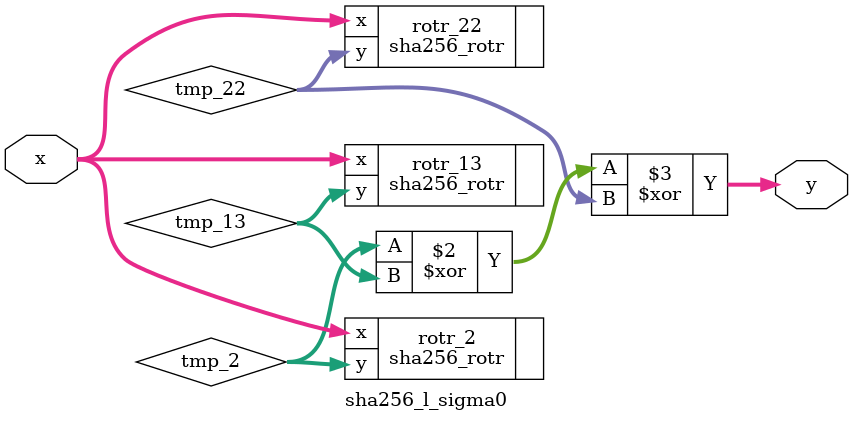
<source format=sv>
module sha256_l_sigma0(
    input   logic   [31:0]  x,
    output  logic   [31:0]  y
);
    logic   [31:0]  tmp_2;
    logic   [31:0]  tmp_13;
    logic   [31:0]  tmp_22;

    sha256_rotr #(2) rotr_2 (.x(x), .y(tmp_2));
    sha256_rotr #(13) rotr_13 (.x(x), .y(tmp_13));
    sha256_rotr #(22) rotr_22 (.x(x), .y(tmp_22));

    always_comb begin : L_SIGMA0
        y = tmp_2 ^ tmp_13 ^ tmp_22;
    end
endmodule

</source>
